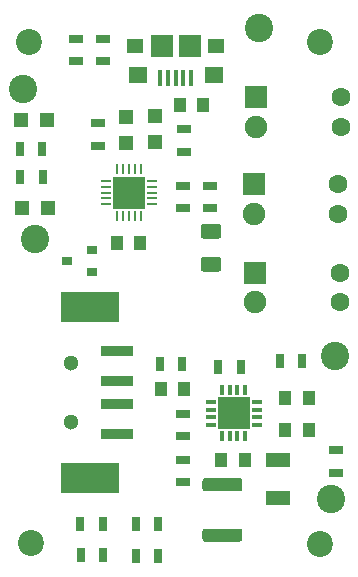
<source format=gts>
G04 #@! TF.GenerationSoftware,KiCad,Pcbnew,(5.1.9-0-10_14)*
G04 #@! TF.CreationDate,2021-03-21T12:23:30-04:00*
G04 #@! TF.ProjectId,Antoinette_PowerBank,416e746f-696e-4657-9474-655f506f7765,rev?*
G04 #@! TF.SameCoordinates,Original*
G04 #@! TF.FileFunction,Soldermask,Top*
G04 #@! TF.FilePolarity,Negative*
%FSLAX46Y46*%
G04 Gerber Fmt 4.6, Leading zero omitted, Abs format (unit mm)*
G04 Created by KiCad (PCBNEW (5.1.9-0-10_14)) date 2021-03-21 12:23:30*
%MOMM*%
%LPD*%
G01*
G04 APERTURE LIST*
%ADD10C,2.200000*%
%ADD11R,1.900000X1.900000*%
%ADD12R,1.450000X1.300000*%
%ADD13R,1.600000X1.400000*%
%ADD14R,0.400000X1.350000*%
%ADD15R,0.700000X1.300000*%
%ADD16C,2.400000*%
%ADD17R,2.700000X2.700000*%
%ADD18R,0.260000X0.810000*%
%ADD19R,0.810000X0.260000*%
%ADD20R,1.300000X0.700000*%
%ADD21R,0.340000X0.810000*%
%ADD22R,0.810000X0.340000*%
%ADD23R,1.000000X1.250000*%
%ADD24R,1.200000X1.200000*%
%ADD25R,5.000000X2.500000*%
%ADD26R,2.800000X0.900000*%
%ADD27C,1.300000*%
%ADD28R,0.900000X0.800000*%
%ADD29R,2.000000X1.200000*%
%ADD30C,1.900000*%
%ADD31C,1.600000*%
G04 APERTURE END LIST*
D10*
G04 #@! TO.C,REF\u002A\u002A*
X73152000Y-74993500D03*
G04 #@! TD*
G04 #@! TO.C,R*
X97663000Y-75120500D03*
G04 #@! TD*
D11*
G04 #@! TO.C,J2*
X84207500Y-32956500D03*
X86607500Y-32956500D03*
D12*
X88832500Y-32956500D03*
X81982500Y-32956500D03*
D13*
X82207500Y-35406500D03*
X88607500Y-35406500D03*
D14*
X84107500Y-35631500D03*
X84757500Y-35631500D03*
X85407500Y-35631500D03*
X86057500Y-35631500D03*
X86707500Y-35631500D03*
G04 #@! TD*
D10*
G04 #@! TO.C,REF\u002A\u002A*
X97663000Y-32575500D03*
G04 #@! TD*
G04 #@! TO.C,REF\u002A\u002A*
X73025000Y-32639000D03*
G04 #@! TD*
D15*
G04 #@! TO.C,R15*
X74165500Y-44069000D03*
X72265500Y-44069000D03*
G04 #@! TD*
G04 #@! TO.C,R14*
X85951100Y-59855100D03*
X84051100Y-59855100D03*
G04 #@! TD*
G04 #@! TO.C,R6*
X94198400Y-59588400D03*
X96098400Y-59588400D03*
G04 #@! TD*
D16*
G04 #@! TO.C,TP1*
X92456000Y-31394400D03*
G04 #@! TD*
D17*
G04 #@! TO.C,U2*
X81453799Y-45364400D03*
D18*
X82453799Y-47319400D03*
X81953799Y-47319400D03*
X81453799Y-47319400D03*
X80953799Y-47319400D03*
X80453799Y-47319400D03*
D19*
X79498799Y-46364400D03*
X79498799Y-45864400D03*
X79498799Y-45364400D03*
X79498799Y-44864400D03*
X79498799Y-44364400D03*
D18*
X80453799Y-43409400D03*
X80953799Y-43409400D03*
X81453799Y-43409400D03*
X81953799Y-43409400D03*
X82453799Y-43409400D03*
D19*
X83408799Y-44364400D03*
X83408799Y-44864400D03*
X83408799Y-45364400D03*
X83408799Y-45864400D03*
X83408799Y-46364400D03*
G04 #@! TD*
D20*
G04 #@! TO.C,R11*
X86080600Y-40010000D03*
X86080600Y-41910000D03*
G04 #@! TD*
G04 #@! TO.C,R5*
X79248000Y-34224000D03*
X79248000Y-32324000D03*
G04 #@! TD*
D21*
G04 #@! TO.C,U3*
X89334700Y-66013800D03*
X89984700Y-66013800D03*
X90634700Y-66013800D03*
X91284700Y-66013800D03*
D22*
X92264700Y-65033800D03*
X92264700Y-64383800D03*
X92264700Y-63733800D03*
X92264700Y-63083800D03*
D21*
X91284700Y-62103800D03*
X90634700Y-62103800D03*
X89984700Y-62103800D03*
X89334700Y-62103800D03*
D22*
X88354700Y-63083800D03*
X88354700Y-63733800D03*
X88354700Y-64383800D03*
X88354700Y-65033800D03*
D17*
X90309700Y-64058800D03*
G04 #@! TD*
D23*
G04 #@! TO.C,C1*
X86128100Y-62014100D03*
X84128100Y-62014100D03*
G04 #@! TD*
G04 #@! TO.C,C2*
X85741000Y-37909500D03*
X87741000Y-37909500D03*
G04 #@! TD*
G04 #@! TO.C,C3*
X80407000Y-49657000D03*
X82407000Y-49657000D03*
G04 #@! TD*
G04 #@! TO.C,C4*
X94694500Y-65430400D03*
X96694500Y-65430400D03*
G04 #@! TD*
G04 #@! TO.C,C5*
X96694500Y-62788800D03*
X94694500Y-62788800D03*
G04 #@! TD*
G04 #@! TO.C,C6*
X89271600Y-67970400D03*
X91271600Y-67970400D03*
G04 #@! TD*
D24*
G04 #@! TO.C,D1*
X81203800Y-41130400D03*
X81203800Y-38930400D03*
G04 #@! TD*
G04 #@! TO.C,D2*
X83693000Y-38912800D03*
X83693000Y-41112800D03*
G04 #@! TD*
G04 #@! TO.C,D3*
X74569500Y-46672500D03*
X72369500Y-46672500D03*
G04 #@! TD*
G04 #@! TO.C,D4*
X74506000Y-39243000D03*
X72306000Y-39243000D03*
G04 #@! TD*
G04 #@! TO.C,F1*
G36*
G01*
X87767000Y-48013000D02*
X89017000Y-48013000D01*
G75*
G02*
X89267000Y-48263000I0J-250000D01*
G01*
X89267000Y-49013000D01*
G75*
G02*
X89017000Y-49263000I-250000J0D01*
G01*
X87767000Y-49263000D01*
G75*
G02*
X87517000Y-49013000I0J250000D01*
G01*
X87517000Y-48263000D01*
G75*
G02*
X87767000Y-48013000I250000J0D01*
G01*
G37*
G36*
G01*
X87767000Y-50813000D02*
X89017000Y-50813000D01*
G75*
G02*
X89267000Y-51063000I0J-250000D01*
G01*
X89267000Y-51813000D01*
G75*
G02*
X89017000Y-52063000I-250000J0D01*
G01*
X87767000Y-52063000D01*
G75*
G02*
X87517000Y-51813000I0J250000D01*
G01*
X87517000Y-51063000D01*
G75*
G02*
X87767000Y-50813000I250000J0D01*
G01*
G37*
G04 #@! TD*
D25*
G04 #@! TO.C,J4*
X78181000Y-69543500D03*
X78181000Y-55043500D03*
D26*
X80431000Y-63293500D03*
X80431000Y-58793500D03*
X80431000Y-61293500D03*
X80431000Y-65793500D03*
D27*
X76581000Y-64793500D03*
X76581000Y-59793500D03*
G04 #@! TD*
D28*
G04 #@! TO.C,Q1*
X78329500Y-52131000D03*
X78329500Y-50231000D03*
X76229500Y-51181000D03*
G04 #@! TD*
D15*
G04 #@! TO.C,R1*
X79232800Y-73456800D03*
X77332800Y-73456800D03*
G04 #@! TD*
G04 #@! TO.C,R2*
X79270900Y-76047600D03*
X77370900Y-76047600D03*
G04 #@! TD*
D20*
G04 #@! TO.C,R3*
X86029800Y-44770000D03*
X86029800Y-46670000D03*
G04 #@! TD*
G04 #@! TO.C,R4*
X88315800Y-46685200D03*
X88315800Y-44785200D03*
G04 #@! TD*
D15*
G04 #@! TO.C,R7*
X89029500Y-60121800D03*
X90929500Y-60121800D03*
G04 #@! TD*
D20*
G04 #@! TO.C,R8*
X78836520Y-41391880D03*
X78836520Y-39491880D03*
G04 #@! TD*
G04 #@! TO.C,R9*
X76962000Y-32324000D03*
X76962000Y-34224000D03*
G04 #@! TD*
G04 #@! TO.C,R10*
X98996500Y-69085500D03*
X98996500Y-67185500D03*
G04 #@! TD*
G04 #@! TO.C,R12*
X85991700Y-68000800D03*
X85991700Y-69900800D03*
G04 #@! TD*
G04 #@! TO.C,R13*
X85991700Y-65974000D03*
X85991700Y-64074000D03*
G04 #@! TD*
D15*
G04 #@! TO.C,R16*
X72202000Y-41656000D03*
X74102000Y-41656000D03*
G04 #@! TD*
G04 #@! TO.C,R17*
X83906400Y-73406000D03*
X82006400Y-73406000D03*
G04 #@! TD*
G04 #@! TO.C,R18*
X83906400Y-76098400D03*
X82006400Y-76098400D03*
G04 #@! TD*
D16*
G04 #@! TO.C,TP2*
X72453500Y-36576000D03*
G04 #@! TD*
G04 #@! TO.C,TP3*
X98552000Y-71272400D03*
G04 #@! TD*
G04 #@! TO.C,TP4*
X98907600Y-59232800D03*
G04 #@! TD*
G04 #@! TO.C,TP5*
X73533000Y-49276000D03*
G04 #@! TD*
G04 #@! TO.C,C7*
G36*
G01*
X87907198Y-73812600D02*
X90807202Y-73812600D01*
G75*
G02*
X91057200Y-74062598I0J-249998D01*
G01*
X91057200Y-74687602D01*
G75*
G02*
X90807202Y-74937600I-249998J0D01*
G01*
X87907198Y-74937600D01*
G75*
G02*
X87657200Y-74687602I0J249998D01*
G01*
X87657200Y-74062598D01*
G75*
G02*
X87907198Y-73812600I249998J0D01*
G01*
G37*
G36*
G01*
X87907198Y-69537600D02*
X90807202Y-69537600D01*
G75*
G02*
X91057200Y-69787598I0J-249998D01*
G01*
X91057200Y-70412602D01*
G75*
G02*
X90807202Y-70662600I-249998J0D01*
G01*
X87907198Y-70662600D01*
G75*
G02*
X87657200Y-70412602I0J249998D01*
G01*
X87657200Y-69787598D01*
G75*
G02*
X87907198Y-69537600I249998J0D01*
G01*
G37*
G04 #@! TD*
D29*
G04 #@! TO.C,L1*
X94030800Y-67996000D03*
X94030800Y-71196000D03*
G04 #@! TD*
D11*
G04 #@! TO.C,J1*
X92189300Y-37312600D03*
D30*
X92189300Y-39812600D03*
D31*
X99369300Y-37312600D03*
X99369300Y-39812600D03*
G04 #@! TD*
D11*
G04 #@! TO.C,J3*
X91998800Y-44678600D03*
D30*
X91998800Y-47178600D03*
D31*
X99178800Y-44678600D03*
X99178800Y-47178600D03*
G04 #@! TD*
D11*
G04 #@! TO.C,J5*
X92138500Y-52133500D03*
D30*
X92138500Y-54633500D03*
D31*
X99318500Y-52133500D03*
X99318500Y-54633500D03*
G04 #@! TD*
M02*

</source>
